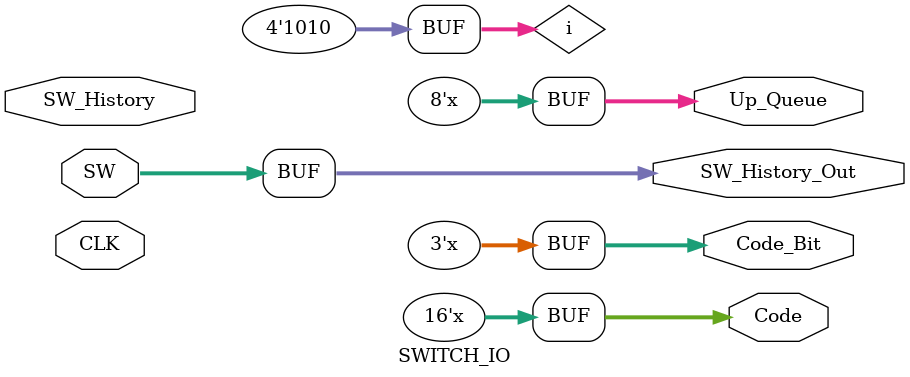
<source format=v>
`timescale 1ns / 1ps


module SWITCH_IO(
  input CLK,
  input [9:0] SW,
  input [9:0] SW_History,

  //R£ºÎªÁË±ÜÃâÖ®ºó always ¿éÄÚ¸³Öµ½øÐÐ reg¡¢wire µÄ×ª»»£¬Ö±½Ó¶¨Òå³É reg
  output reg [7:0] Up_Queue,
  output wire [9:0] SW_History_Out,
  output reg [15:0] Code,
  output reg [2:0] Code_Bit);

  //R£ºÑ­»·¼ÆÊýÆ÷
  reg [3:0] i;
  //R£º±È½Ï½á¹û±êÖ¾ Flag
  reg [1:0] j;
  parameter Byte = 4;
  //R£º¶ÔÓ¦ j µÄ¸÷ÖÖÇé¿ö
  parameter Up = 1;
  parameter Down = 0; //R£ºËÆºõ parameter ²»ÄÜ¸ø³ö¸º³£Á¿
  parameter UnChange = 2;
  
  ////R:µ±·¢Éú¸Ä±ä£¬Á¢¼´´¦ÀíÐÅºÅ£¬ÓÉÓÚ SWITCH µçÆ½¸Ä±äÎ´±ØºÍÊ±ÖÓÒ»ÖÂ£¬Òò´ËÓ¦¸ÃÎª×éºÏÂß¼­
  always@ (SW)
  begin
    for ( i = 4'd0; i <= 4'd9 ; i = i + 1)
    begin
      //R£ºÍ¨¹ý±È½Ï£¬½«¸ºÖµµÄÇé¿öÓ³Éäµ½ 0/1/2 ÈýÖÖ£¬±ÜÃâÊ¹ÓÃ integrer
      if (SW[i] > SW_History[i]) j = 1;
      else if (SW[i] < SW_History[i]) j = 0;
      else j = 2;

      case(j)
      "Up":
        begin
          if(Up_Queue[3:0] == 4'd0) //R£ºUp µÄ SW ÊýÁ¿ == 0£¬ÒÑ¾­³õÊ¼»¯×öºÃÁË½ÓÊÕÐÂ Up µÄ×¼±¸
            begin 
              if(0 <= Code_Bit < 4)//R£ºÒÑ³õÊ¼»¯ && Õý³£ÊäÈë×´Ì¬ == ¿ÉÒÔÂ¼Èë
                begin
                  //R:´¦ÀíÍâ²¿Ó²¼þ×´Ì¬£¬i.e.£¬Up_Queue
                  Up_Queue[7:4] = i;//R:½ÓÊÕÐÂµÄ Up 
                  Up_Queue[3:0] = Up_Queue[3:0] + 1;//R: Up ¶ÓÁÐÈë¶Ó¼ÆÊý++
                  //R£º¸üÐÂÄÚ²¿ÐÅºÅ×´Ì¬£¬i.e.£¬ÊµÏÖ I/O
                  Code_Bit = Code_Bit + 1;//R£º½øÒ»Î»£¬×¼±¸Â¼Èë
                  Code[(Code_Bit * Byte - 1) -:Byte] = Up_Queue[7:4];//R£º°´ÕÕ i µÄÇé¿ö°´Î»Â¼ÈëÏàÓ¦µÄÃÜÂë
                end
              else//R£ºÒÑ³õÊ¼»¯ && ³¬³öÊäÈëÎ»Êý£¨Ð¡ÓÚ0 / ´óÓÚµÈÓÚ4£© == Ó²¼þÓÐ¸Ä±ä µ«²»ÄÜÂ¼Èë
                begin
                  //R£ºÍâ²¿Ó²¼þ×´Ì¬ÈÔÐèÒª´¦Àí£¬Ö»²»¹ýÄÚ²¿ÐÅºÅ²»×öÏàÓ¦µÄ¸üÐÂ
                  Up_Queue[7:4] = i;//R:½ÓÊÕÐÂµÄ Up£¬×¢Òâ£¡½ÓÊÕ²»½ÓÊÕ Up ÊÇÓÉ Up_Queue[3:0] ¾ö¶¨
                  Up_Queue[3:0] = Up_Queue[3:0] + 1;//R: Up ¶ÓÁÐÈë¶Ó¼ÆÊý++
                  //R£º²»¸üÐÂÄÚ²¿ I/O
                  Code_Bit = Code_Bit;
                  Code = Code;
                end
            end
          else//R£º´ËÇ°ÒÑ¾­ÓÐ Up µÄ SW£¬¸ù±¾²»ÓÃ Code_Bit ×Ô¼ì£¬Ö±½ÓËøËÀÄÚ²¿ I/O
          //R£ºµ«Íâ²¿Ó²¼þ×´Ì¬»¹ÊÇÐèÒª¼ÇÂ¼µÄ
          begin
            Up_Queue[7:4] = Up_Queue[7:4];//R:²»½ÓÊÕÐÂµÄ Up 
            Up_Queue[3:0] = Up_Queue[3:0] + 1;//R: µ«ÈÔÒª¸üÐÂ Up Èë¶Ó¼ÆÊý
            //R£º²»¸üÐÂÄÚ²¿ I/O
            Code_Bit = Code_Bit;
            Code = Code;
          end
        end
      "Down":
        begin
          Code_Bit = Code_Bit;
          Code = Code;
          if((Up_Queue[3:0] == 4'd0) || (Up_Queue[3:0] == 4'd1))
            begin
              Up_Queue[3:0] = 4'd0;
              Up_Queue[7:4] = 4'hF;
            end
          else
            begin
              Up_Queue[3:0] = Up_Queue[3:0] - 1;
              Up_Queue[7:4] = Up_Queue[7:4];
            end
        end
      "UnChange"://R£ºÄ³¸ö SW ²»±äµÄÇé¿ö£¬Íâ²¿Ó²¼þ×´Ì¬ & ÄÚ²¿ I/O ¶¼²»×ö¸Ä±ä
        begin
          Up_Queue = Up_Queue;
          Code_Bit = Code_Bit;
          Code = Code;
        end
      default://R£ºÆäÊµÉÏÃæÇé¿öÒÑ¾­Íê±¸
        begin
          Up_Queue = Up_Queue;
          Code_Bit = Code_Bit;
          Code = Code;
        end
      endcase
    end
  end

  //R£º´Ë assign ÓëÉÏÃæµÄ always ²¢ÐÐ£¬Êµ¼ÊÉÏÖ»ÊÇ±ÜÃâÐÞ¸Ä input SW£¬ËùÒÔµ¥¶ÀÉèÖÃÐÅºÅ½«ÆäÒý³ö
  assign SW_History_Out = SW;
endmodule

</source>
